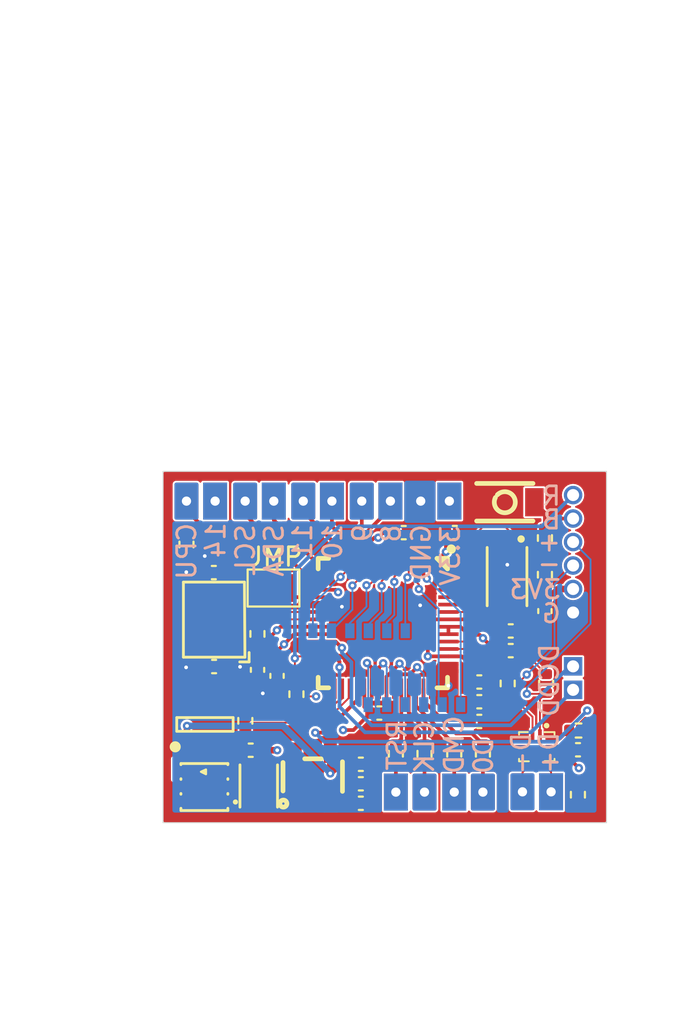
<source format=kicad_pcb>
(kicad_pcb (version 20221018) (generator pcbnew)
  (layers (0 "F.Cu" signal) (1 "In1.Cu" signal "GND.Cu") (2 "In2.Cu" signal "VCC.Cu") (31 "B.Cu" signal) (34 "B.Paste" user) (35 "F.Paste" user) (36 "B.SilkS" user "B.Silkscreen") (37 "F.SilkS" user "F.Silkscreen") (38 "B.Mask" user) (39 "F.Mask" user) (44 "Edge.Cuts" user))
  (net 0 "")
  (net 1 "GND")
  (net 2 "+3V3")
  (net 3 "BOOT")
  (net 4 "RST")
  (net 5 "+1V1")
  (net 6 "D-")
  (net 7 "D+")
  (net 8 "XIN")
  (net 9 "Net-(X1-OSC1)")
  (net 10 "+5V")
  (net 11 "Net-(U4-SW)")
  (net 14 "LED_DATA_5V")
  (net 15 "LED_CLK_5V")
  (net 16 "XOUT")
  (net 17 "Net-(U1-USB_DP)")
  (net 18 "Net-(U1-USB_DM)")
  (net 19 "QSPI_CS")
  (net 20 "NS_2")
  (net 21 "NS_3")
  (net 22 "NS_4")
  (net 23 "NS_5")
  (net 24 "NS_6")
  (net 25 "NS_7")
  (net 28 "LED_EN")
  (net 29 "LED_DATA")
  (net 30 "LED_CLK")
  (net 33 "QSPI_SD3")
  (net 34 "QSPI_SCK")
  (net 35 "QSPI_SD0")
  (net 36 "QSPI_SD2")
  (net 37 "QSPI_SD1")
  (net 38 "NS_RST")
  (net 39 "NS_CLK")
  (net 40 "NS_CMD")
  (net 41 "NS_D0")
  (net 42 "DBG_CLK")
  (net 43 "DBG_DAT")
  (net 44 "Net-(U1-GPIO26_ADC0)")
  (net 45 "Net-(U1-GPIO27_ADC1)")
  (net 46 "Net-(U1-GPIO28_ADC2)")
  (net 47 "Net-(U1-GPIO29_ADC3)")
  (net 48 "NS_CPU")
  (net 49 "NS_SDA")
  (net 50 "NS_SCL")
  (net 51 "NS_10")
  (net 52 "NS_11")
  (net 53 "NS_8")
  (net 54 "NS_9")
  (net 55 "PAD_22")
  (net 56 "PAD_23")
  (net 57 "PAD_24")
  (net 58 "PAD_25")
  (net 59 "D+_CXN")
  (net 60 "D-_CXN")
  (net 61 "USB_SEL")
  (net 62 "Net-(U5-OE#)")
  (net 65 "Net-(JP1-B)")
  (net 66 "NS_14")
  (net 67 "NS_0")
  (net 68 "NS_1")
  (footprint "kicad_lceda:TH_Pads_1x02_P1.50mml" (layer "F.Cu") (at 79.540001 51.01 -90)
    (fp_text reference "J9" hide)
    (fp_text value "Conn_01x02")
  )
  (footprint "Resistor_SMD:R_0402_1005Metric" (layer "F.Cu") (at 89.05 60.87 -90)
    (fp_text reference "R4" hide)
    (fp_text value "27")
  )
  (footprint "Resistor_SMD:R_0402_1005Metric" (layer "F.Cu") (at 92.85 66.885 -90)
    (fp_text reference "R14" hide)
    (fp_text value "10k")
  )
  (footprint "Capacitor_SMD:C_0402_1005Metric" (layer "F.Cu") (at 73.15 54.875)
    (fp_text reference "C3" hide)
    (fp_text value "27pF,50V,C0G ")
  )
  (footprint "Resistor_SMD:R_0402_1005Metric" (layer "F.Cu") (at 84.55 64.67 -90)
    (fp_text reference "R9" hide)
    (fp_text value "47")
  )
  (footprint "Capacitor_SMD:C_0402_1005Metric" (layer "F.Cu") (at 81.105 67.35)
    (fp_text reference "C17" hide)
    (fp_text value "10uF,6.3V,X5R ")
  )
  (footprint "kicad_lceda:LQFN-56_L7.0-W7.0-P0.4-EP" (layer "F.Cu") (at 82.295 57.605 -90)
    (fp_text reference "U1" hide)
    (fp_text value "RP2040")
  )
  (footprint "kicad_lceda:USON-8_L3.0-W2.0-P0.50-BL-EP" (layer "F.Cu") (at 89.015 55.0925 180)
    (fp_text reference "U2" hide)
    (fp_text value "W25Q16JVUXIQ")
  )
  (footprint "Capacitor_SMD:C_0402_1005Metric" (layer "F.Cu") (at 81.105 66.295)
    (fp_text reference "C16" hide)
    (fp_text value "10uF,6.3V,X5R ")
  )
  (footprint "kicad_lceda:TH_Pads_1x02_P1.50mml" (layer "F.Cu") (at 82.705 51.01 -90)
    (fp_text reference "J10" hide)
    (fp_text value "Conn_01x02")
  )
  (footprint "kicad_lceda:ProgPins_1x06_P1.27mm" (layer "F.Cu") (at 92.589248 50.683121)
    (fp_text reference "J8" hide)
    (fp_text value "Conn_01x06")
  )
  (footprint "kicad_lceda:TH_Pads_1x02_P1.50mml" (layer "F.Cu") (at 85.895 51.01 -90)
    (fp_text reference "J1" hide)
    (fp_text value "Conn_01x02")
  )
  (footprint "Capacitor_SMD:C_0402_1005Metric" (layer "F.Cu") (at 83.425 52.715)
    (fp_text reference "C12" hide)
    (fp_text value "100nF,16V,X7R ")
  )
  (footprint "Capacitor_SMD:C_0402_1005Metric" (layer "F.Cu") (at 87.515 60.79)
    (fp_text reference "C5" hide)
    (fp_text value "1uF,25V,X5R ")
  )
  (footprint "Resistor_SMD:R_0402_1005Metric" (layer "F.Cu") (at 77.62 61.45 90)
    (fp_text reference "R2" hide)
    (fp_text value "10k")
  )
  (footprint "kicad_lceda:TH_Pads_1x02_P1.50mml" (layer "F.Cu") (at 86.16 66.745 90)
    (fp_text reference "J4" hide)
    (fp_text value "Conn_01x02")
  )
  (footprint "Resistor_SMD:R_0402_1005Metric" (layer "F.Cu") (at 71.67 53.355 -90)
    (fp_text reference "R12" hide)
    (fp_text value "10k")
  )
  (footprint "Capacitor_SMD:C_0402_1005Metric" (layer "F.Cu") (at 82.105 62.47)
    (fp_text reference "C7" hide)
    (fp_text value "100nF,16V,X7R ")
  )
  (footprint "Capacitor_SMD:C_0402_1005Metric" (layer "F.Cu") (at 91.065 56.955 -90)
    (fp_text reference "C14" hide)
    (fp_text value "100nF,16V,X7R ")
  )
  (footprint "Capacitor_SMD:C_0402_1005Metric" (layer "F.Cu") (at 89.215 58.03)
    (fp_text reference "C2" hide)
    (fp_text value "100nF,16V,X7R ")
  )
  (footprint "kicad_lceda:TH_Pads_1x02_P1.50mml" (layer "F.Cu") (at 73.22 51.01 -90)
    (fp_text reference "J2" hide)
    (fp_text value "Conn_01x02")
  )
  (footprint "Capacitor_SMD:C_0402_1005Metric" (layer "F.Cu") (at 81.105 65.24)
    (fp_text reference "C18" hide)
    (fp_text value "2.2uF,6.3V,X5R ")
  )
  (footprint "kicad_lceda:TH_Pads_1x02_P1.50mml" (layer "F.Cu") (at 76.395 51.01 -90)
    (fp_text reference "J6" hide)
    (fp_text value "Conn_01x02")
  )
  (footprint "Resistor_SMD:R_0402_1005Metric" (layer "F.Cu") (at 92.885 63.415 180)
    (fp_text reference "R13" hide)
    (fp_text value "10k")
  )
  (footprint "kicad_lceda:LED-SMD_6P-L2.0-W2.0-P0.80-TL" (layer "F.Cu") (at 72.64 66.44 180)
    (fp_text reference "LED1" hide)
    (fp_text value "SK9822-EC20")
  )
  (footprint "Resistor_SMD:R_0402_1005Metric" (layer "F.Cu") (at 83 64.67 -90)
    (fp_text reference "R8" hide)
    (fp_text value "47")
  )
  (footprint "Capacitor_SMD:C_0402_1005Metric" (layer "F.Cu") (at 76.57 60.46 -90)
    (fp_text reference "C4" hide)
    (fp_text value "100nF,16V,X7R ")
  )
  (footprint "Resistor_SMD:R_0402_1005Metric" (layer "F.Cu") (at 87.71 64.67 -90)
    (fp_text reference "R11" hide)
    (fp_text value "47")
  )
  (footprint "Capacitor_SMD:C_0402_1005Metric" (layer "F.Cu") (at 86.19 52.71)
    (fp_text reference "C11" hide)
    (fp_text value "100nF,16V,X7R ")
  )
  (footprint "Capacitor_SMD:C_0402_1005Metric" (layer "F.Cu") (at 92.855 64.455)
    (fp_text reference "C8" hide)
    (fp_text value "100nF,16V,X7R ")
  )
  (footprint "Resistor_SMD:R_0402_1005Metric" (layer "F.Cu") (at 91.129999 60.875 -90)
    (fp_text reference "R3" hide)
    (fp_text value "27")
  )
  (footprint "Resistor_SMD:R_0402_1005Metric" (layer "F.Cu") (at 74.855 62.89 -90)
    (fp_text reference "R7" hide)
    (fp_text value "10K")
  )
  (footprint "Capacitor_SMD:C_0402_1005Metric" (layer "F.Cu") (at 75.145 64.48 180)
    (fp_text reference "C15" hide)
    (fp_text value "4.7uF,10V,X5R ")
  )
  (footprint "kicad_lceda:TH_Pads_1x02_P1.50mml" (layer "F.Cu") (at 91.4 66.73 -90)
    (fp_text reference "J5" hide)
    (fp_text value "Conn_01x02")
  )
  (footprint "kicad_lceda:TH_Pads_1x02_P1.50mml" (layer "F.Cu") (at 83 66.745 90)
    (fp_text reference "J3" hide)
    (fp_text value "Conn_01x02")
  )
  (footprint "kicad_lceda:IND-SMD_L2.0-W1.6" (layer "F.Cu") (at 75.58 66.415 90)
    (fp_text reference "L1" hide)
    (fp_text value "SPS20162R2MPCA")
  )
  (footprint "kicad_lceda:SOT-23-8_L3.0-W1.7-P0.65-LS2.8-BL" (layer "F.Cu") (at 72.67 63.085)
    (fp_text reference "U3" hide)
    (fp_text value "RS0102YH8")
  )
  (footprint "kicad_lceda:KEY-SMD_L3.0-W2.0-LS3.5" (layer "F.Cu") (at 88.895 51.07 180)
    (fp_text reference "SW1" hide)
    (fp_text value "EVPAWED40")
  )
  (footprint "Capacitor_SMD:C_0402_1005Metric" (layer "F.Cu") (at 87.515 62.925)
    (fp_text reference "C9" hide)
    (fp_text value "100nF,16V,X7R ")
  )
  (footprint "Resistor_SMD:R_0402_1005Metric" (layer "F.Cu") (at 75.51 58.19 90)
    (fp_text reference "R1" hide)
    (fp_text value "1k")
  )
  (footprint "kicad_lceda:OSC-SMD_4P-L3.2-W2.5-BL" (layer "F.Cu") (at 73.155 57.42 90)
    (fp_text reference "X1" hide)
    (fp_text value "SMD-3225_4P_12.000MHZ_9PF")
  )
  (footprint "kicad_lceda:TSOT-23-5_L2.9-W1.6-P0.95-LS2.8-BR" (layer "F.Cu") (at 78.502 65.91 -90)
    (fp_text reference "U4" hide)
    (fp_text value "TPS613222ADBVR")
  )
  (footprint "Capacitor_SMD:C_0402_1005Metric" (layer "F.Cu") (at 75.515 60.135 -90)
    (fp_text reference "C13" hide)
    (fp_text value "100nF,16V,X7R ")
  )
  (footprint "Resistor_SMD:R_0402_1005Metric" (layer "F.Cu") (at 91.065 53.005 -90)
    (fp_text reference "R5" hide)
    (fp_text value "1k")
  )
  (footprint "Capacitor_SMD:C_0402_1005Metric" (layer "F.Cu") (at 89.215 59.095)
    (fp_text reference "C10" hide)
    (fp_text value "100nF,16V,X7R ")
  )
  (footprint "Capacitor_SMD:C_0402_1005Metric" (layer "F.Cu") (at 87.515 61.8575 180)
    (fp_text reference "C6" hide)
    (fp_text value "1uF,25V,X5R ")
  )
  (footprint "Resistor_SMD:R_0402_1005Metric" (layer "F.Cu") (at 86.16 64.67 -90)
    (fp_text reference "R10" hide)
    (fp_text value "47")
  )
  (footprint "kicad_lceda:WQFN-10_L1.8-W1.4-P0.40-BL" (layer "F.Cu") (at 90.595 64.29 180)
    (fp_text reference "U5" hide)
    (fp_text value "RS2227XUTQK10")
  )
  (footprint "kicad_lceda:PinHeader_Sm_1x02_P1.27mm_Vertical" (layer "F.Cu") (at 92.589248 59.945)
    (fp_text reference "J7" hide)
    (fp_text value "Conn_01x02")
  )
  (footprint "Resistor_SMD:R_0402_1005Metric" (layer "F.Cu") (at 91.065 54.99 90)
    (fp_text reference "R6" hide)
    (fp_text value "10k")
  )
  (footprint "kicad_lceda:SolderJumper-2_P1.3mm_Open_TrianglePad1.0x1.5mm_Sm" (layer "F.Cu") (at 76.38 55.71 180)
    (fp_text reference "JP1" hide)
    (fp_text value "Jumper_2_Open")
  )
  (footprint "Capacitor_SMD:C_0402_1005Metric" (layer "F.Cu") (at 73.165 59.955)
    (fp_text reference "C1" hide)
    (fp_text value "27pF,50V,C0G ")
  )
  (footprint "kicad_lceda:Pad_6Pin" (layer "B.Cu") (at 81.01 59.87 180)
    (fp_text reference "J12" hide)
    (fp_text value "Conn_01x06")
  )
  (footprint "kicad_lceda:Pad_6Pin" (layer "B.Cu") (at 84.005 63.865 180)
    (fp_text reference "J11" hide)
    (fp_text value "Conn_01x06")
  )
  (gr_rect (start 70.4 49.4) (end 94.4 68.4) (stroke (width 0.05)) (fill none) (layer "Edge.Cuts"))
  (gr_text "10" (at 80.16 52.16 90) (layer "B.SilkS") (effects (font (size 1 1)) (justify left bottom mirror)))
  (gr_text "CPU" (at 72.27 52.1 90) (layer "B.SilkS") (effects (font (size 1 1)) (justify left bottom mirror)))
  (gr_text "GND" (at 84.955 52.175 90) (layer "B.SilkS") (effects (font (size 1 1)) (justify left bottom mirror)))
  (gr_text "D+" (at 91.865 63.41 90) (layer "B.SilkS") (effects (font (size 1 1)) (justify left bottom mirror)))
  (gr_text "SCL" (at 75.445 52.175 90) (layer "B.SilkS") (effects (font (size 1 1)) (justify left bottom mirror)))
  (gr_text "B" (at 92.015 52.6) (layer "B.SilkS") (effects (font (size 1 1)) (justify left bottom mirror)))
  (gr_text "D-" (at 90.37 63.435 90) (layer "B.SilkS") (effects (font (size 1 1)) (justify left bottom mirror)))
  (gr_text "-" (at 92.015 54.96) (layer "B.SilkS") (effects (font (size 1 1)) (justify left bottom mirror)))
  (gr_text "DD" (at 91.89 60.58 90) (layer "B.SilkS") (effects (font (size 1 1)) (justify left bottom mirror)))
  (gr_text "CMD" (at 86.74 62.51 90) (layer "B.SilkS") (effects (font (size 1 1)) (justify left bottom mirror)))
  (gr_text "+" (at 92.015 53.795) (layer "B.SilkS") (effects (font (size 1 1)) (justify left bottom mirror)))
  (gr_text "D0" (at 88.325 63.7 90) (layer "B.SilkS") (effects (font (size 1 1)) (justify left bottom mirror)))
  (gr_text "8" (at 83.33 52.19 90) (layer "B.SilkS") (effects (font (size 1 1)) (justify left bottom mirror)))
  (gr_text "11" (at 78.535 52.15 90) (layer "B.SilkS") (effects (font (size 1 1)) (justify left bottom mirror)))
  (gr_text "9" (at 81.775 52.17 90) (layer "B.SilkS") (effects (font (size 1 1)) (justify left bottom mirror)))
  (gr_text "3.3V" (at 86.53 52.245 90) (layer "B.SilkS") (effects (font (size 1 1)) (justify left bottom mirror)))
  (gr_text "DC" (at 91.89 58.635 90) (layer "B.SilkS") (effects (font (size 1 1)) (justify left bottom mirror)))
  (gr_text "G" (at 92.015 57.675) (layer "B.SilkS") (effects (font (size 1 1)) (justify left bottom mirror)))
  (gr_text "14" (at 73.845 52.075 90) (layer "B.SilkS") (effects (font (size 1 1)) (justify left bottom mirror)))
  (gr_text "CLK" (at 85.13 62.8 90) (layer "B.SilkS") (effects (font (size 1 1)) (justify left bottom mirror)))
  (gr_text "SDA" (at 76.995 52.175 90) (layer "B.SilkS") (effects (font (size 1 1)) (justify left bottom mirror)))
  (gr_text "R" (at 92.015 51.315) (layer "B.SilkS") (effects (font (size 1 1)) (justify left bottom mirror)))
  (gr_text "RST" (at 83.645 62.755 90) (layer "B.SilkS") (effects (font (size 1 1)) (justify left bottom mirror)))
  (gr_text "3V3" (at 92.015 56.375) (layer "B.SilkS") (effects (font (size 1 1)) (justify left bottom mirror)))
  (gr_text "JMP" (at 74.945 54.61) (layer "F.SilkS") (effects (font (size 1 1)) (justify left bottom)))
  (segment (start 74.03 55.275) (end 74.03 56.32) (width 0.1) (layer "F.Cu") (net 1))
  (segment (start 73.63 54.875) (end 74.03 55.275) (width 0.1) (layer "F.Cu") (net 1))
  (segment (start 72.685 59.955) (end 72.28 59.55) (width 0.1) (layer "F.Cu") (net 1))
  (segment (start 72.28 59.55) (end 72.28 58.52) (width 0.1) (layer "F.Cu") (net 1))
  (via (at 71.66 54.85) (size 0.45) (drill 0.2) (layers "F.Cu" "B.Cu") (net 1))
  (via (at 84.315 56.645) (size 0.45) (drill 0.2) (layers "F.Cu" "B.Cu") (net 1))
  (via (at 80.08 56.72) (size 0.45) (drill 0.2) (layers "F.Cu" "B.Cu") (net 1))
  (via (at 89.03 54.45) (size 0.45) (drill 0.2) (layers "F.Cu" "B.Cu") (net 1))
  (via (at 71.65 60) (size 0.45) (drill 0.2) (layers "F.Cu" "B.Cu") (net 1))
  (via (at 74.57 59.97) (size 0.45) (drill 0.2) (layers "F.Cu" "B.Cu") (net 1))
  (via (at 72.66 53.98) (size 0.45) (drill 0.2) (layers "F.Cu" "B.Cu") (net 1))
  (via (at 75.8 61.405) (size 0.45) (drill 0.2) (layers "F.Cu" "B.Cu") (net 1))
  (segment (start 88.385 59.095) (end 88.735 59.095) (width 0.2) (layer "F.Cu") (net 2))
  (segment (start 87.7125 58.4225) (end 87.53 58.24) (width 0.2) (layer "F.Cu") (net 2))
  (segment (start 92.375 64.92) (end 92.9 65.445) (width 0.2) (layer "F.Cu") (net 2))
  (segment (start 76.205 58.355) (end 76.205 58.965) (width 0.2) (layer "F.Cu") (net 2))
  (segment (start 85.71 53.75) (end 85.71 52.71) (width 0.2) (layer "F.Cu") (net 2))
  (segment (start 71.695 61.874) (end 71.695 60.81) (width 0.2) (layer "F.Cu") (net 2))
  (segment (start 91.427 64.29) (end 92.21 64.29) (width 0.2) (layer "F.Cu") (net 2))
  (segment (start 81.295 53.525) (end 81.295 54.055) (width 0.2) (layer "F.Cu") (net 2))
  (segment (start 82.045 52.99) (end 81.83 52.99) (width 0.2) (layer "F.Cu") (net 2))
  (segment (start 75.625 65.542) (end 75.58 65.587) (width 0.3576) (layer "F.Cu") (net 2))
  (segment (start 80.145 63.39) (end 80.705 63.39) (width 0.2) (layer "F.Cu") (net 2))
  (segment (start 75.625 64.48) (end 75.625 65.542) (width 0.3576) (layer "F.Cu") (net 2))
  (segment (start 86.93 58.24) (end 86.495 57.805) (width 0.2) (layer "F.Cu") (net 2))
  (segment (start 92.375 64.455) (end 92.375 64.92) (width 0.2) (layer "F.Cu") (net 2))
  (segment (start 85.71 53.75) (end 85.405 54.055) (width 0.2) (layer "F.Cu") (net 2))
  (segment (start 78.01 61.57) (end 77.62 61.96) (width 0.1) (layer "F.Cu") (net 2))
  (segment (start 91.065 56.475) (end 91.776879 55.763121) (width 0.3576) (layer "F.Cu") (net 2))
  (segment (start 71.865 60.64) (end 74.665 60.64) (width 0.2) (layer "F.Cu") (net 2))
  (segment (start 92.21 64.29) (end 92.375 64.455) (width 0.2) (layer "F.Cu") (net 2))
  (segment (start 76.565 57.995) (end 76.755 57.805) (width 0.2) (layer "F.Cu") (net 2))
  (segment (start 87.53 58.24) (end 86.93 58.24) (width 0.2) (layer "F.Cu") (net 2))
  (segment (start 78.685 61.57) (end 78.01 61.57) (width 0.1) (layer "F.Cu") (net 2))
  (segment (start 76.565 57.995) (end 76.205 58.355) (width 0.2) (layer "F.Cu") (net 2))
  (segment (start 71.695 60.81) (end 71.865 60.64) (width 0.2) (layer "F.Cu") (net 2))
  (segment (start 87.7125 58.4225) (end 88.385 59.095) (width 0.2) (layer "F.Cu") (net 2))
  (segment (start 82.045 52.99) (end 82.32 52.715) (width 0.2) (layer "F.Cu") (net 2))
  (segment (start 85.845 57.805) (end 85.845 58.205) (width 0.2) (layer "F.Cu") (net 2))
  (segment (start 81.83 52.99) (end 81.295 53.525) (width 0.2) (layer "F.Cu") (net 2))
  (segment (start 90.9405 56.5995) (end 89.765 56.5995) (width 0.2) (layer "F.Cu") (net 2))
  (segment (start 76.755 57.805) (end 78.745 57.805) (width 0.2) (layer "F.Cu") (net 2))
  (segment (start 91.065 55.5) (end 91.065 56.475) (width 0.3576) (layer "F.Cu") (net 2))
  (segment (start 81.295 62.14) (end 81.295 61.155) (width 0.2) (layer "F.Cu") (net 2))
  (segment (start 76.205 58.965) (end 75.515 59.655) (width 0.2) (layer "F.Cu") (net 2))
  (segment (start 86.495 57.805) (end 85.845 57.805) (width 0.2) (layer "F.Cu") (net 2))
  (segment (start 80.705 63.39) (end 81.625 62.47) (width 0.2) (layer "F.Cu") (net 2))
  (segment (start 74.665 60.64) (end 75.515 59.79) (width 0.2) (layer "F.Cu") (net 2))
  (segment (start 85.845 60.99) (end 85.845 60.205) (width 0.1) (layer "F.Cu") (net 2))
  (segment (start 81.625 62.47) (end 81.295 62.14) (width 0.2) (layer "F.Cu") (net 2))
  (segment (start 85.405 54.055) (end 84.895 54.055) (width 0.2) (layer "F.Cu") (net 2))
  (segment (start 75.515 59.79) (end 75.515 59.655) (width 0.2) (layer "F.Cu") (net 2))
  (segment (start 82.32 52.715) (end 82.945 52.715) (width 0.2) (layer "F.Cu") (net 2))
  (segment (start 75.625 64.48) (end 76.58 64.48) (width 0.3576) (layer "F.Cu") (net 2))
  (segment (start 91.776879 55.763121) (end 92.589248 55.763121) (width 0.3576) (layer "F.Cu") (net 2))
  (via (at 78.685 61.57) (size 0.45) (drill 0.2) (layers "F.Cu" "B.Cu") (net 2))
  (via (at 85.71 53.75) (size 0.45) (drill 0.2) (layers "F.Cu" "B.Cu") (net 2))
  (via (at 85.845 60.99) (size 0.45) (drill 0.2) (layers "F.Cu" "B.Cu") (net 2))
  (via (at 82.045 52.99) (size 0.45) (drill 0.2) (layers "F.Cu" "B.Cu") (net 2))
  (via (at 76.565 57.995) (size 0.45) (drill 0.2) (layers "F.Cu" "B.Cu") (net 2))
  (via (at 92.9 65.445) (size 0.45) (drill 0.2) (layers "F.Cu" "B.Cu") (net 2))
  (via (at 87.7125 58.4225) (size 0.45) (drill 0.2) (layers "F.Cu" "B.Cu") (net 2))
  (via (at 76.58 64.48) (size 0.45) (drill 0.2) (layers "F.Cu" "B.Cu") (net 2))
  (via (at 80.145 63.39) (size 0.45) (drill 0.2) (layers "F.Cu" "B.Cu") (net 2))
  (segment (start 92.589248 51.953121) (end 91.606879 51.953121) (width 0.2) (layer "F.Cu") (net 3))
  (segment (start 91.606879 51.953121) (end 91.065 52.495) (width 0.2) (layer "F.Cu") (net 3))
  (segment (start 91.065 52.495) (end 91.065 51.64) (width 0.2) (layer "F.Cu") (net 3))
  (segment (start 91.065 51.64) (end 90.495 51.07) (width 0.2) (layer "F.Cu") (net 3))
  (segment (start 77.535 60.855) (end 77.62 60.94) (width 0.1) (layer "F.Cu") (net 4))
  (segment (start 77.535 59.51) (end 77.64 59.405) (width 0.1) (layer "F.Cu") (net 4))
  (segment (start 77.64 59.405) (end 78.745 59.405) (width 0.1) (layer "F.Cu") (net 4))
  (segment (start 77.535 59.51) (end 77.535 60.855) (width 0.1) (layer "F.Cu") (net 4))
  (via (at 77.535 59.51) (size 0.45) (drill 0.2) (layers "F.Cu" "B.Cu") (net 4))
  (segment (start 92.589248 50.683121) (end 90.897369 52.375) (width 0.2) (layer "B.Cu") (net 4))
  (segment (start 90.897369 52.375) (end 79.94 52.375) (width 0.2) (layer "B.Cu") (net 4))
  (segment (start 77.535 54.78) (end 77.535 59.51) (width 0.2) (layer "B.Cu") (net 4))
  (segment (start 79.94 52.375) (end 77.535 54.78) (width 0.2) (layer "B.Cu") (net 4))
  (segment (start 76.57 59.13) (end 76.57 59.98) (width 0.2) (layer "F.Cu") (net 5))
  (segment (start 87.15 57.785) (end 88.49 57.785) (width 0.2) (layer "F.Cu") (net 5))
  (segment (start 87.035 60.79) (end 87.035 59.875) (width 0.2) (layer "F.Cu") (net 5))
  (segment (start 84.73 57.77) (end 84.73 59.405) (width 0.2) (layer "F.Cu") (net 5))
  (segment (start 88.49 57.785) (end 88.735 58.03) (width 0.2) (layer "F.Cu") (net 5))
  (segment (start 77.495 58.205) (end 78.745 58.205) (width 0.2) (layer "F.Cu") (net 5))
  (segment (start 86.565 59.405) (end 85.845 59.405) (width 0.2) (layer "F.Cu") (net 5))
  (segment (start 85.845 59.405) (end 84.73 59.405) (width 0.2) (layer "F.Cu") (net 5))
  (segment (start 87.035 59.875) (end 86.565 59.405) (width 0.2) (layer "F.Cu") (net 5))
  (segment (start 85.845 57.405) (end 85.095 57.405) (width 0.2) (layer "F.Cu") (net 5))
  (segment (start 76.95 58.75) (end 76.57 59.13) (width 0.2) (layer "F.Cu") (net 5))
  (segment (start 76.95 58.75) (end 77.495 58.205) (width 0.2) (layer "F.Cu") (net 5))
  (segment (start 85.845 57.405) (end 86.77 57.405) (width 0.2) (layer "F.Cu") (net 5))
  (segment (start 85.095 57.405) (end 84.73 57.77) (width 0.2) (layer "F.Cu") (net 5))
  (segment (start 86.77 57.405) (end 87.15 57.785) (width 0.2) (layer "F.Cu") (net 5))
  (via (at 76.95 58.75) (size 0.45) (drill 0.2) (layers "F.Cu" "B.Cu") (net 5))
  (via (at 84.73 59.405) (size 0.45) (drill 0.2) (layers "F.Cu" "B.Cu") (net 5))
  (segment (start 89.14 61.42) (end 90.395 62.675) (width 0.1) (layer "F.Cu") (net 6))
  (segment (start 90.08 60.39) (end 89.05 61.42) (width 0.1) (layer "F.Cu") (net 6))
  (segment (start 89.05 61.42) (end 89.14 61.42) (width 0.1) (layer "F.Cu") (net 6))
  (segment (start 90.395 62.675) (end 90.395 63.682) (width 0.1) (layer "F.Cu") (net 6))
  (via (at 90.08 60.39) (size 0.45) (drill 0.2) (layers "F.Cu" "B.Cu") (net 6))
  (segment (start 90.08 60.39) (end 90.1 60.39) (width 0.1) (layer "B.Cu") (net 6))
  (segment (start 91.585 55.497369) (end 92.589248 54.493121) (width 0.1) (layer "B.Cu") (net 6))
  (segment (start 91.585 58.905) (end 91.585 55.497369) (width 0.1) (layer "B.Cu") (net 6))
  (segment (start 90.1 60.39) (end 91.585 58.905) (width 0.1) (layer "B.Cu") (net 6))
  (segment (start 90.09 61.43) (end 91.084999 61.43) (width 0.1) (layer "F.Cu") (net 7))
  (segment (start 91.084999 61.43) (end 90.795 61.719999) (width 0.1) (layer "F.Cu") (net 7))
  (segment (start 90.795 61.719999) (end 90.795 63.725) (width 0.1) (layer "F.Cu") (net 7))
  (via (at 90.09 61.43) (size 0.45) (drill 0.2) (layers "F.Cu" "B.Cu") (net 7))
  (segment (start 90.09 61.43) (end 90.09 61.085) (width 0.1) (layer "B.Cu") (net 7))
  (segment (start 93.535 54.168873) (end 92.589248 53.223121) (width 0.1) (layer "B.Cu") (net 7))
  (segment (start 90.09 61.085) (end 93.535 57.64) (width 0.1) (layer "B.Cu") (net 7))
  (segment (start 93.535 57.64) (end 93.535 54.168873) (width 0.1) (layer "B.Cu") (net 7))
  (segment (start 78.745 57.005) (end 75.275 57.005) (width 0.1) (layer "F.Cu") (net 8))
  (segment (start 72.28 56.32) (end 72.28 55.265) (width 0.1) (layer "F.Cu") (net 8))
  (segment (start 75.275 57.005) (end 74.855 57.425) (width 0.1) (layer "F.Cu") (net 8))
  (segment (start 73.28 57.425) (end 72.28 56.425) (width 0.1) (layer "F.Cu") (net 8))
  (segment (start 74.855 57.425) (end 73.28 57.425) (width 0.1) (layer "F.Cu") (net 8))
  (segment (start 72.28 55.265) (end 72.67 54.875) (width 0.1) (layer "F.Cu") (net 8))
  (segment (start 74.03 58.52) (end 74.03 59.57) (width 0.1) (layer "F.Cu") (net 9))
  (segment (start 75.33 58.52) (end 74.03 58.52) (width 0.1) (layer "F.Cu") (net 9))
  (segment (start 74.03 59.57) (end 73.645 59.955) (width 0.1) (layer "F.Cu") (net 9))
  (segment (start 75.51 58.7) (end 75.33 58.52) (width 0.1) (layer "F.Cu") (net 9))
  (segment (start 80.625 65.24) (end 79.945 65.24) (width 0.3576) (layer "F.Cu") (net 10))
  (segment (start 71.0195 66.04) (end 71.4195 66.44) (width 0.2) (layer "F.Cu") (net 10))
  (segment (start 71.7 63.165) (end 71.7 64.291) (width 0.3576) (layer "F.Cu") (net 10))
  (segment (start 80.625 65.24) (end 80.625 66.295) (width 0.3576) (layer "F.Cu") (net 10))
  (segment (start 71.0195 64.9715) (end 71.0195 66.04) (width 0.2) (layer "F.Cu") (net 10))
  (segment (start 79.453 64.616) (end 79.453 65.732) (width 0.3576) (layer "F.Cu") (net 10))
  (segment (start 71.695 64.296) (end 71.0195 64.9715) (width 0.2) (layer "F.Cu") (net 10))
  (segment (start 79.945 65.24) (end 79.45 65.735) (width 0.3576) (layer "F.Cu") (net 10))
  (segment (start 80.625 66.295) (end 80.625 67.35) (width 0.3576) (layer "F.Cu") (net 10))
  (segment (start 79.453 65.732) (end 79.45 65.735) (width 0.3576) (layer "F.Cu") (net 10))
  (segment (start 71.7 64.291) (end 71.695 64.296) (width 0.3576) (layer "F.Cu") (net 10))
  (via (at 71.7 63.165) (size 0.45) (drill 0.2) (layers "F.Cu" "B.Cu") (net 10))
  (via (at 79.45 65.735) (size 0.45) (drill 0.2) (layers "F.Cu" "B.Cu") (net 10))
  (segment (start 79.45 65.715) (end 76.9 63.165) (width 0.3576) (layer "B.Cu") (net 10))
  (segment (start 76.9 63.165) (end 71.7 63.165) (width 0.3576) (layer "B.Cu") (net 10))
  (segment (start 79.45 65.735) (end 79.45 65.715) (width 0.3576) (layer "B.Cu") (net 10))
  (segment (start 75.58 67.243) (end 77.512 67.243) (width 0.3576) (layer "F.Cu") (net 11))
  (segment (start 77.512 67.243) (end 77.551 67.204) (width 0.3576) (layer "F.Cu") (net 11))
  (segment (start 72.995 64.356) (end 72.995 65.147) (width 0.1) (layer "F.Cu") (net 14))
  (segment (start 72.995 65.147) (end 73.488 65.64) (width 0.1) (layer "F.Cu") (net 14))
  (segment (start 72.345 65.087) (end 71.792 65.64) (width 0.1) (layer "F.Cu") (net 15))
  (segment (start 72.345 64.356) (end 72.345 65.087) (width 0.1) (layer "F.Cu") (net 15))
  (segment (start 75.785 57.405) (end 75.51 57.68) (width 0.1) (layer "F.Cu") (net 16))
  (segment (start 78.745 57.405) (end 75.785 57.405) (width 0.1) (layer "F.Cu") (net 16))
  (segment (start 88.165 59.745) (end 90.509999 59.745) (width 0.1) (layer "F.Cu") (net 17))
  (segment (start 87.025 58.605) (end 88.165 59.745) (width 0.1) (layer "F.Cu") (net 17))
  (segment (start 90.509999 59.745) (end 91.129999 60.365) (width 0.1) (layer "F.Cu") (net 17))
  (segment (start 85.845 58.605) (end 87.025 58.605) (width 0.1) (layer "F.Cu") (net 17))
  (segment (start 85.845 59.005) (end 86.877856 59.005) (width 0.1) (layer "F.Cu") (net 18))
  (segment (start 86.877856 59.005) (end 87.952856 60.08) (width 0.1) (layer "F.Cu") (net 18))
  (segment (start 88.77 60.08) (end 89.05 60.36) (width 0.1) (layer "F.Cu") (net 18))
  (segment (start 87.952856 60.08) (end 88.77 60.08) (width 0.1) (layer "F.Cu") (net 18))
  (segment (start 89.765 53.25) (end 89.765 53.5855) (width 0.1) (layer "F.Cu") (net 19))
  (segment (start 87.26 54.18) (end 87.26 52.85) (width 0.1) (layer "F.Cu") (net 19))
  (segment (start 88.94 52.425) (end 89.765 53.25) (width 0.1) (layer "F.Cu") (net 19))
  (segment (start 85.845 55.005) (end 86.435 55.005) (width 0.1) (layer "F.Cu") (net 19))
  (segment (start 86.435 55.005) (end 87.26 54.18) (width 0.1) (layer "F.Cu") (net 19))
  (segment (start 89.765 53.5855) (end 91.065 53.5855) (width 0.1) (layer "F.Cu") (net 19))
  (segment (start 87.685 52.425) (end 88.94 52.425) (width 0.1) (layer "F.Cu") (net 19))
  (segment (start 91.065 53.5855) (end 91.065 54.48) (width 0.1) (layer "F.Cu") (net 19))
  (segment (start 87.26 52.85) (end 87.685 52.425) (width 0.1) (layer "F.Cu") (net 19))
  (segment (start 83.695 55.065) (end 83.695 54.055) (width 0.1) (layer "F.Cu") (net 20))
  (segment (start 83.625 55.135) (end 83.695 55.065) (width 0.1) (layer "F.Cu") (net 20))
  (via (at 83.625 55.135) (size 0.45) (drill 0.2) (layers "F.Cu" "B.Cu") (net 20))
  (segment (start 83.51 55.25) (end 83.51 58.02) (width 0.1) (layer "B.Cu") (net 20))
  (segment (start 83.625 55.135) (end 83.51 55.25) (width 0.1) (layer "B.Cu") (net 20))
  (segment (start 82.915 55.375) (end 82.915 55.1) (width 0.1) (layer "F.Cu") (net 21))
  (segment (start 82.915 55.1) (end 83.295 54.72) (width 0.1) (layer "F.Cu") (net 21))
  (segment (start 83.295 54.72) (end 83.295 54.055) (width 0.1) (layer "F.Cu") (net 21))
  (via (at 82.915 55.375) (size 0.45) (drill 0.2) (layers "F.Cu" "B.Cu") (net 21))
  (segment (start 82.915 57.16) (end 82.51 57.565) (width 0.1) (layer "B.Cu") (net 21))
  (segment (start 82.51 57.565) (end 82.51 58.02) (width 0.1) (layer "B.Cu") (net 21))
  (segment (start 82.915 55.375) (end 82.915 57.16) (width 0.1) (layer "B.Cu") (net 21))
  (segment (start 82.895 54.6828) (end 82.895 54.055) (width 0.1) (layer "F.Cu") (net 22))
  (segment (start 82.229553 55.337074) (end 82.870001 54.696626) (width 0.1) (layer "F.Cu") (net 22))
  (segment (start 82.229553 55.599553) (end 82.229553 55.337074) (width 0.1) (layer "F.Cu") (net 22))
  (segment (start 82.881174 54.696626) (end 82.895 54.6828) (width 0.1) (layer "F.Cu") (net 22))
  (segment (start 82.870001 54.696626) (end 82.881174 54.696626) (width 0.1) (layer "F.Cu") (net 22))
  (via (at 82.229553 55.599553) (size 0.45) (drill 0.2) (layers "F.Cu" "B.Cu") (net 22))
  (segment (start 81.51 57.695) (end 81.51 58.02) (width 0.1) (layer "B.Cu") (net 22))
  (segment (start 82.229553 56.975447) (end 81.51 57.695) (width 0.1) (layer "B.Cu") (net 22))
  (segment (start 82.229553 55.599553) (end 82.229553 56.975447) (width 0.1) (layer "B.Cu") (net 22))
  (segment (start 82.495 54.605) (end 82.495 54.055) (width 0.1) (layer "F.Cu") (net 23))
  (segment (start 81.41 55.56) (end 81.54 55.56) (width 0.1) (layer "F.Cu") (net 23))
  (segment (start 81.54 55.56) (end 82.495 54.605) (width 0.1) (layer "F.Cu") (net 23))
  (via (at 81.41 55.56) (size 0.45) (drill 0.2) (layers "F.Cu" "B.Cu") (net 23))
  (segment (start 81.41 55.56) (end 81.41 56.71) (width 0.1) (layer "B.Cu") (net 23))
  (segment (start 80.51 57.61) (end 80.51 58.02) (width 0.1) (layer "B.Cu") (net 23))
  (segment (start 81.41 56.71) (end 80.51 57.61) (width 0.1) (layer "B.Cu") (net 23))
  (segment (start 81.21 55.015) (end 81.734495 55.015) (width 0.1) (layer "F.Cu") (net 24))
  (segment (start 80.65 55.575) (end 81.21 55.015) (width 0.1) (layer "F.Cu") (net 24))
  (segment (start 82.095 54.654495) (end 82.095 54.055) (width 0.1) (layer "F.Cu") (net 24))
  (segment (start 81.734495 55.015) (end 82.095 54.654495) (width 0.1) (layer "F.Cu") (net 24))
  (via (at 80.65 55.575) (size 0.45) (drill 0.2) (layers "F.Cu" "B.Cu") (net 24))
  (segment (start 80.65 56.88) (end 79.51 58.02) (width 0.1) (layer "B.Cu") (net 24))
  (segment (start 80.65 55.575) (end 80.65 56.88) (width 0.1) (layer "B.Cu") (net 24))
  (segment (start 80.32 54.795) (end 81.485 54.795) (width 0.1) (layer "F.Cu") (net 25))
  (segment (start 80.005 55.11) (end 80.32 54.795) (width 0.1) (layer "F.Cu") (net 25))
  (segment (start 81.485 54.795) (end 81.695 54.585) (width 0.1) (layer "F.Cu") (net 25))
  (segment (start 81.695 54.585) (end 81.695 54.055) (width 0.1) (layer "F.Cu") (net 25))
  (via (at 80.005 55.11) (size 0.45) (drill 0.2) (layers "F.Cu" "B.Cu") (net 25))
  (segment (start 78.51 56.605) (end 78.51 58.02) (width 0.1) (layer "B.Cu") (net 25))
  (segment (start 80.005 55.11) (end 78.51 56.605) (width 0.1) (layer "B.Cu") (net 25))
  (segment (start 80.495 61.615) (end 79.12 62.99) (width 0.1) (layer "F.Cu") (net 28))
  (segment (start 79.12 62.99) (end 75.265 62.99) (width 0.1) (layer "F.Cu") (net 28))
  (segment (start 73.716 64.225) (end 73.645 64.296) (width 0.1) (layer "F.Cu") (net 28))
  (segment (start 80.495 61.155) (end 80.495 61.615) (width 0.1) (layer "F.Cu") (net 28))
  (segment (start 74.855 63.4) (end 74.03 64.225) (width 0.1) (layer "F.Cu") (net 28))
  (segment (start 75.265 62.99) (end 74.855 63.4) (width 0.1) (layer "F.Cu") (net 28))
  (segment (start 74.03 64.225) (end 73.716 64.225) (width 0.1) (layer "F.Cu") (net 28))
  (segment (start 78.92 62.765) (end 76.145 62.765) (width 0.1) (layer "F.Cu") (net 29))
  (segment (start 80.095 61.6828) (end 79.9339 61.8439) (width 0.1) (layer "F.Cu") (net 29))
  (segment (start 73.1309 61.1241) (end 72.995 61.26) (width 0.1) (layer "F.Cu") (net 29))
  (segment (start 79.8411 61.8439) (end 78.92 62.765) (width 0.1) (layer "F.Cu") (net 29))
  (segment (start 72.995 61.26) (end 72.995 61.874) (width 0.1) (layer "F.Cu") (net 29))
  (segment (start 76.145 62.765) (end 74.5041 61.1241) (width 0.1) (layer "F.Cu") (net 29))
  (segment (start 74.5041 61.1241) (end 73.1309 61.1241) (width 0.1) (layer "F.Cu") (net 29))
  (segment (start 80.095 61.155) (end 80.095 61.6828) (width 0.1) (layer "F.Cu") (net 29))
  (segment (start 79.9339 61.8439) (end 79.8411 61.8439) (width 0.1) (layer "F.Cu") (net 29))
  (segment (start 79.695 61.495) (end 78.65 62.54) (width 0.1) (layer "F.Cu") (net 30))
  (segment (start 72.565 60.895) (end 72.345 61.115) (width 0.1) (layer "F.Cu") (net 30))
  (segment (start 76.24 62.54) (end 74.595 60.895) (width 0.1) (layer "F.Cu") (net 30))
  (segment (start 74.595 60.895) (end 72.565 60.895) (width 0.1) (layer "F.Cu") (net 30))
  (segment (start 78.65 62.54) (end 76.24 62.54) (width 0.1) (layer "F.Cu") (net 30))
  (segment (start 72.345 61.115) (end 72.345 61.874) (width 0.1) (layer "F.Cu") (net 30))
  (segment (start 79.695 61.155) (end 79.695 61.495) (width 0.1) (layer "F.Cu") (net 30))
  (segment (start 88.765122 57.4295) (end 89.265 56.929622) (width 0.1) (layer "F.Cu") (net 33))
  (segment (start 87.3795 57.4295) (end 88.765122 57.4295) (width 0.1) (layer "F.Cu") (net 33))
  (segment (start 89.265 56.929622) (end 89.265 56.5995) (width 0.1) (layer "F.Cu") (net 33))
  (segment (start 85.845 57.005) (end 86.955 57.005) (width 0.1) (layer "F.Cu") (net 33))
  (segment (start 86.955 57.005) (end 87.3795 57.4295) (width 0.1) (layer "F.Cu") (net 33))
  (segment (start 88.765 57.0195) (end 88.765 56.5995) (width 0.1) (layer "F.Cu") (net 34))
  (segment (start 87.5945 57.1395) (end 88.645 57.1395) (width 0.1) (layer "F.Cu") (net 34))
  (segment (start 88.645 57.1395) (end 88.765 57.0195) (width 0.1) (layer "F.Cu") (net 34))
  (segment (start 85.845 56.605) (end 87.06 56.605) (width 0.1) (layer "F.Cu") (net 34))
  (segment (start 87.06 56.605) (end 87.5945 57.1395) (width 0.1) (layer "F.Cu") (net 34))
  (segment (start 87.12 56.205) (end 87.5145 56.5995) (width 0.1) (layer "F.Cu") (net 35))
  (segment (start 85.845 56.205) (end 87.12 56.205) (width 0.1) (layer "F.Cu") (net 35))
  (segment (start 87.5145 56.5995) (end 88.265 56.5995) (width 0.1) (layer "F.Cu") (net 35))
  (segment (start 85.845 55.805) (end 86.715 55.805) (width 0.1) (layer "F.Cu") (net 36))
  (segment (start 87.9255 53.005) (end 88.47 53.005) (width 0.1) (layer "F.Cu") (net 36))
  (segment (start 88.47 53.005) (end 88.765 53.3) (width 0.1) (layer "F.Cu") (net 36))
  (segment (start 87.825 53.1055) (end 87.9255 53.005) (width 0.1) (layer "F.Cu") (net 36))
  (segment (start 87.825 54.695) (end 87.825 53.1055) (width 0.1) (layer "F.Cu") (net 36))
  (segment (start 86.715 55.805) (end 87.825 54.695) (width 0.1) (layer "F.Cu") (net 36))
  (segment (start 88.765 53.3) (end 88.765 53.5855) (width 0.1) (layer "F.Cu") (net 36))
  (segment (start 87.805378 52.715) (end 88.8145 52.715) (width 0.1) (layer "F.Cu") (net 37))
  (segment (start 88.8145 52.715) (end 89.265 53.1655) (width 0.1) (layer "F.Cu") (net 37))
  (segment (start 85.845 55.405) (end 86.704878 55.405) (width 0.1) (layer "F.Cu") (net 37))
  (segment (start 87.535 52.985378) (end 87.805378 52.715) (width 0.1) (layer "F.Cu") (net 37))
  (segment (start 89.265 53.1655) (end 89.265 53.5855) (width 0.1) (layer "F.Cu") (net 37))
  (segment (start 86.704878 55.405) (end 87.535 54.574878) (width 0.1) (layer "F.Cu") (net 37))
  (segment (start 87.535 54.574878) (end 87.535 52.985378) (width 0.1) (layer "F.Cu") (net 37))
  (segment (start 83 65.18) (end 83 66.745) (width 0.2) (layer "F.Cu") (net 38))
  (segment (start 84.55 65.18) (end 84.55 66.745) (width 0.2) (layer "F.Cu") (net 39))
  (segment (start 86.16 65.18) (end 86.16 66.745) (width 0.2) (layer "F.Cu") (net 40))
  (segment (start 87.71 65.18) (end 87.71 66.745) (width 0.2) (layer "F.Cu") (net 41))
  (segment (start 80.08 58.945) (end 79.74 58.605) (width 0.2) (layer "F.Cu") (net 42))
  (segment (start 79.74 58.605) (end 78.745 58.605) (width 0.2) (layer "F.Cu") (net 42))
  (via (at 80.08 58.945) (size 0.45) (drill 0.2) (layers "F.Cu" "B.Cu") (net 42))
  (segment (start 80.08 59.21) (end 80.5975 59.7275) (width 0.2) (layer "B.Cu") (net 42))
  (segment (start 81.685 63.13) (end 89.215 63.13) (width 0.2) (layer "B.Cu") (net 42))
  (segment (start 80.5975 59.7275) (end 80.5975 62.0425) (width 0.2) (layer "B.Cu") (net 42))
  (segment (start 89.215 63.13) (end 92.4 59.945) (width 0.2) (layer "B.Cu") (net 42))
  (segment (start 80.5975 62.0425) (end 81.685 63.13) (width 0.2) (layer "B.Cu") (net 42))
  (segment (start 80.08 58.945) (end 80.08 59.21) (width 0.2) (layer "B.Cu") (net 42))
  (segment (start 92.4 59.945) (end 92.589248 59.945) (width 0.2) (layer "B.Cu") (net 42))
  (segment (start 79.27 59.005) (end 78.745 59.005) (width 0.2) (layer "F.Cu") (net 43))
  (segment (start 79.95 59.685) (end 79.27 59.005) (width 0.2) (layer "F.Cu") (net 43))
  (segment (start 79.95 59.995) (end 79.95 59.685) (width 0.2) (layer "F.Cu") (net 43))
  (via (at 79.95 59.995) (size 0.45) (drill 0.2) (layers "F.Cu" "B.Cu") (net 43))
  (segment (start 79.95 59.995) (end 79.95 62.13) (width 0.2) (layer "B.Cu") (net 43))
  (segment (start 92.589248 61.240752) (end 92.589248 61.215) (width 0.2) (layer "B.Cu") (net 43))
  (segment (start 81.33 63.51) (end 90.32 63.51) (width 0.2) (layer "B.Cu") (net 43))
  (segment (start 90.32 63.51) (end 92.589248 61.240752) (width 0.2) (layer "B.Cu") (net 43))
  (segment (start 79.95 62.13) (end 81.33 63.51) (width 0.2) (layer "B.Cu") (net 43))
  (segment (start 83.295 63.865) (end 83 64.16) (width 0.2) (layer "F.Cu") (net 44))
  (segment (start 83.295 61.155) (end 83.295 63.865) (width 0.2) (layer "F.Cu") (net 44))
  (segment (start 83.695 62.445) (end 84.55 63.3) (width 0.2) (layer "F.Cu") (net 45))
  (segment (start 83.695 61.155) (end 83.695 62.445) (width 0.2) (layer "F.Cu") (net 45))
  (segment (start 84.55 63.3) (end 84.55 64.16) (width 0.2) (layer "F.Cu") (net 45))
  (segment (start 84.095 61.155) (end 84.095 62.095) (width 0.2) (layer "F.Cu") (net 46))
  (segment (start 84.095 62.095) (end 86.16 64.16) (width 0.2) (layer "F.Cu") (net 46))
  (segment (start 84.495 61.155) (end 84.495 61.81) (width 0.2) (layer "F.Cu") (net 47))
  (segment (start 87.125 63.575) (end 87.71 64.16) (width 0.2) (layer "F.Cu") (net 47))
  (segment (start 84.495 61.81) (end 86.26 63.575) (width 0.2) (layer "F.Cu") (net 47))
  (segment (start 86.26 63.575) (end 87.125 63.575) (width 0.2) (layer "F.Cu") (net 47))
  (segment (start 78.745 56.205) (end 77.6 56.205) (width 0.2) (layer "F.Cu") (net 48))
  (segment (start 77.105 55.05) (end 76.515 54.46) (width 0.2) (layer "F.Cu") (net 48))
  (segment (start 77.105 55.71) (end 77.105 55.05) (width 0.2) (layer "F.Cu") (net 48))
  (segment (start 73.81 52.665) (end 72.825 52.665) (width 0.2) (layer "F.Cu") (net 48))
  (segment (start 76.515 54.46) (end 75.605 54.46) (width 0.2) (layer "F.Cu") (net 48))
  (segment (start 77.6 56.205) (end 77.105 55.71) (width 0.2) (layer "F.Cu") (net 48))
  (segment (start 75.605 54.46) (end 73.81 52.665) (width 0.2) (layer "F.Cu") (net 48))
  (segment (start 72.825 52.665) (end 71.67 51.51) (width 0.2) (layer "F.Cu") (net 48))
  (segment (start 71.67 51.51) (end 71.67 51.01) (width 0.2) (layer "F.Cu") (net 48))
  (segment (start 78.73 55.005) (end 78.73 54.365) (width 0.2) (layer "F.Cu") (net 49))
  (segment (start 78.73 54.365) (end 76.395 52.03) (width 0.2) (layer "F.Cu") (net 49))
  (segment (start 76.395 52.03) (end 76.395 51.01) (width 0.2) (layer "F.Cu") (net 49))
  (segment (start 78.745 55.405) (end 78.1172 55.405) (width 0.2) (layer "F.Cu") (net 50))
  (segment (start 74.845 51.74) (end 74.845 51.01) (width 0.2) (layer "F.Cu") (net 50))
  (segment (start 77.87 54.765) (end 74.845 51.74) (width 0.2) (layer "F.Cu") (net 50))
  (segment (start 78.1172 55.405) (end 77.87 55.1578) (width 0.2) (layer "F.Cu") (net 50))
  (segment (start 77.87 55.1578) (end 77.87 54.765) (width 0.2) (layer "F.Cu") (net 50))
  (segment (start 79.540001 52.380001) (end 79.540001 51.01) (width 0.2) (layer "F.Cu") (net 51))
  (segment (start 80.095 52.935) (end 79.540001 52.380001) (width 0.2) (layer "F.Cu") (net 51))
  (segment (start 80.095 54.055) (end 80.095 52.935) (width 0.2) (layer "F.Cu") (net 51))
  (segment (start 79.695 53.295) (end 77.990001 51.590001) (width 0.2) (layer "F.Cu") (net 52))
  (segment (start 79.695 54.055) (end 79.695 53.295) (width 0.2) (layer "F.Cu") (net 52))
  (segment (start 77.990001 51.590001) (end 77.990001 51.01) (width 0.2) (layer "F.Cu") (net 52))
  (segment (start 80.895 53.215) (end 82.705 51.405) (width 0.2) (layer "F.Cu") (net 53))
  (segment (start 82.705 51.405) (end 82.705 51.01) (width 0.2) (layer "F.Cu") (net 53))
  (segment (start 80.895 54.055) (end 80.895 53.215) (width 0.2) (layer "F.Cu") (net 53))
  (segment (start 80.495 52.945) (end 81.155 52.285) (width 0.2) (layer "F.Cu") (net 54))
  (segment (start 80.495 54.055) (end 80.495 52.945) (width 0.2) (layer "F.Cu") (net 54))
  (segment (start 81.155 52.285) (end 81.155 51.01) (width 0.2) (layer "F.Cu") (net 54))
  (segment (start 81.695 61.155) (end 81.695 60.02) (width 0.2) (layer "F.Cu") (net 55))
  (segment (start 81.695 60.02) (end 81.44 59.765) (width 0.2) (layer "F.Cu") (net 55))
  (via (at 81.44 59.765) (size 0.45) (drill 0.2) (layers "F.Cu" "B.Cu") (net 55))
  (segment (start 81.505 59.83) (end 81.44 59.765) (width 0.1) (layer "B.Cu") (net 55))
  (segment (start 81.505 62.015) (end 81.505 59.83) (width 0.1) (layer "B.Cu") (net 55))
  (segment (start 82.095 60) (end 82.095 61.155) (width 0.2) (layer "F.Cu") (net 56))
  (segment (start 82.315 59.78) (end 82.095 60) (width 0.2) (layer "F.Cu") (net 56))
  (via (at 82.315 59.78) (size 0.45) (drill 0.2) (layers "F.Cu" "B.Cu") (net 56))
  (segment (start 82.505 59.97) (end 82.315 59.78) (width 0.1) (layer "B.Cu") (net 56))
  (segment (start 82.505 62.015) (end 82.505 59.97) (width 0.1) (layer "B.Cu") (net 56))
  (segment (start 83.2 59.795) (end 82.495 60.5) (width 0.2) (layer "F.Cu") (net 57))
  (segment (start 82.495 60.5) (end 82.495 61.155) (width 0.2) (layer "F.Cu") (net 57))
  (via (at 83.2 59.795) (size 0.45) (drill 0.2) (layers "F.Cu" "B.Cu") (net 57))
  (segment (start 83.505 62.015) (end 83.505 60.1) (width 0.1) (layer "B.Cu") (net 57))
  (segment (start 83.505 60.1) (end 83.2 59.795) (width 0.1) (layer "B.Cu") (net 57))
  (segment (start 83.0472 60.375) (end 82.895 60.5272) (width 0.2) (layer "F.Cu") (net 58))
  (segment (start 82.895 60.5272) (end 82.895 61.155) (width 0.2) (layer "F.Cu") (net 58))
  (segment (start 83.765 60.375) (end 83.0472 60.375) (width 0.2) (layer "F.Cu") (net 58))
  (segment (start 84.15 59.99) (end 83.765 60.375) (width 0.2) (layer "F.Cu") (net 58))
  (via (at 84.15 59.99) (size 0.45) (drill 0.2) (layers "F.Cu" "B.Cu") (net 58))
  (segment (start 84.505 60.345) (end 84.15 59.99) (width 0.1) (layer "B.Cu") (net 58))
  (segment (start 84.505 62.015) (end 84.505 60.345) (width 0.1) (layer "B.Cu") (net 58))
  (segment (start 90.795 64.898) (end 90.795 65.06) (width 0.1) (layer "F.Cu") (net 59))
  (segment (start 91.4 65.665) (end 91.4 66.73) (width 0.1) (layer "F.Cu") (net 59))
  (segment (start 90.795 65.06) (end 91.4 65.665) (width 0.1) (layer "F.Cu") (net 59))
  (segment (start 90.395 64.898) (end 90.395 65.14) (width 0.1) (layer "F.Cu") (net 60))
  (segment (start 89.85 65.685) (end 89.85 66.73) (width 0.1) (layer "F.Cu") (net 60))
  (segment (start 90.395 65.14) (end 89.85 65.685) (width 0.1) (layer "F.Cu") (net 60))
  (segment (start 91.9 63.89) (end 92.375 63.415) (width 0.1) (layer "F.Cu") (net 61))
  (segment (start 92.375 63.415) (end 92.375 63.315) (width 0.1) (layer "F.Cu") (net 61))
  (segment (start 78.64 63.53) (end 79.1478 63.53) (width 0.2) (layer "F.Cu") (net 61))
  (segment (start 91.427 63.89) (end 91.9 63.89) (width 0.1) (layer "F.Cu") (net 61))
  (segment (start 80.895 61.7828) (end 80.895 61.155) (width 0.2) (layer "F.Cu") (net 61))
  (segment (start 92.375 63.315) (end 93.355 62.335) (width 0.1) (layer "F.Cu") (net 61))
  (segment (start 79.1478 63.53) (end 80.895 61.7828) (width 0.2) (layer "F.Cu") (net 61))
  (via (at 93.355 62.335) (size 0.45) (drill 0.2) (layers "F.Cu" "B.Cu") (net 61))
  (via (at 78.64 63.53) (size 0.45) (drill 0.2) (layers "F.Cu" "B.Cu") (net 61))
  (segment (start 91.67 64.02) (end 93.355 62.335) (width 0.2) (layer "B.Cu") (net 61))
  (segment (start 79.13 64.02) (end 91.67 64.02) (width 0.2) (layer "B.Cu") (net 61))
  (segment (start 78.64 63.53) (end 79.13 64.02) (width 0.2) (layer "B.Cu") (net 61))
  (segment (start 91.427 64.69) (end 91.427 64.777) (width 0.1) (layer "F.Cu") (net 62))
  (segment (start 91.427 64.777) (end 92.85 66.2) (width 0.1) (layer "F.Cu") (net 62))
  (segment (start 92.85 66.2) (end 92.85 66.375) (width 0.1) (layer "F.Cu") (net 62))
  (segment (start 75.565 55.71) (end 73.225 53.37) (width 0.2) (layer "F.Cu") (net 65))
  (segment (start 75.655 55.71) (end 75.565 55.71) (width 0.2) (layer "F.Cu") (net 65))
  (segment (start 72.195 53.37) (end 71.67 52.845) (width 0.2) (layer "F.Cu") (net 65))
  (segment (start 73.225 53.37) (end 72.195 53.37) (width 0.2) (layer "F.Cu") (net 65))
  (segment (start 79.745 55.805) (end 78.745 55.805) (width 0.2) (layer "F.Cu") (net 66))
  (segment (start 79.875 55.935) (end 79.745 55.805) (width 0.2) (layer "F.Cu") (net 66))
  (via (at 79.875 55.935) (size 0.45) (drill 0.2) (layers "F.Cu" "B.Cu") (net 66))
  (segment (start 84.495 55.025) (end 84.495 54.055) (width 0.2) (layer "F.Cu") (net 67))
  (segment (start 84.675 55.205) (end 84.495 55.025) (width 0.2) (layer "F.Cu") (net 67))
  (via (at 84.675 55.205) (size 0.45) (drill 0.2) (layers "F.Cu" "B.Cu") (net 67))
  (segment (start 84.675 55.205) (end 86.505 57.035) (width 0.1) (layer "B.Cu") (net 67))
  (segment (start 86.505 57.035) (end 86.505 62.015) (width 0.1) (layer "B.Cu") (net 67))
  (segment (start 84.245 55.765) (end 84.245 55.517463) (width 0.1) (layer "F.Cu") (net 68))
  (segment (start 84.245 55.517463) (end 84.105 55.377463) (width 0.1) (layer "F.Cu") (net 68))
  (segment (start 84.105 54.065) (end 84.095 54.055) (width 0.1) (layer "F.Cu") (net 68))
  (segment (start 84.105 55.377463) (end 84.105 54.065) (width 0.1) (layer "F.Cu") (net 68))
  (via (at 84.245 55.765) (size 0.45) (drill 0.2) (layers "F.Cu" "B.Cu") (net 68))
  (segment (start 85.315 56.83) (end 85.315 61.825) (width 0.1) (layer "B.Cu") (net 68))
  (segment (start 85.315 61.825) (end 85.505 62.015) (width 0.1) (layer "B.Cu") (net 68))
  (segment (start 84.245 55.765) (end 84.795 56.315) (width 0.1) (layer "B.Cu") (net 68))
  (segment (start 84.8 56.315) (end 85.315 56.83) (width 0.1) (layer "B.Cu") (net 68))
  (segment (start 84.795 56.315) (end 84.8 56.315) (width 0.1) (layer "B.Cu") (net 68))
  (zone (net 1) (net_name "GND") (layer "F.Cu") (connect_pads yes (clearance 0.1)) (min_thickness 0.1) (fill yes (thermal_gap 0.508) (thermal_bridge_width 0.508))
    (polygon (pts (xy 94.37 68.37) (xy 70.43 68.37) (xy 70.43 49.43) (xy 94.37 49.43)))
  )
  (zone (net 2) (net_name "+3V3") (layer "F.Cu") (priority 5) (connect_pads yes (clearance 0.1)) (min_thickness 0.25) (fill yes (thermal_gap 0.5) (thermal_bridge_width 0.5))
    (polygon (pts (xy 85.29 59.7) (xy 86.395 59.705) (xy 86.395 61.535) (xy 87.315 61.545) (xy 87.325 63.235) (xy 86.755 63.235) (xy 84.795 61.705) (xy 84.795 60.605)))
  )
  (zone (net 1) (net_name "GND") (layer "B.Cu") (connect_pads yes (clearance 0.1)) (min_thickness 0.254) (fill yes (thermal_gap 0.508) (thermal_bridge_width 0.508))
    (polygon (pts (xy 93.855 67.855) (xy 70.91 67.855) (xy 70.905 49.905) (xy 93.855 49.905)))
  )
)
</source>
